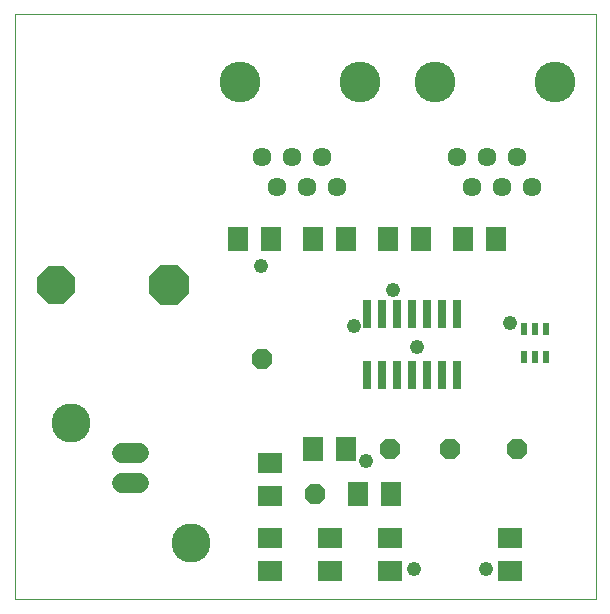
<source format=gts>
G75*
%MOIN*%
%OFA0B0*%
%FSLAX24Y24*%
%IPPOS*%
%LPD*%
%AMOC8*
5,1,8,0,0,1.08239X$1,22.5*
%
%ADD10C,0.0000*%
%ADD11C,0.0662*%
%ADD12C,0.1303*%
%ADD13OC8,0.1261*%
%ADD14OC8,0.1346*%
%ADD15R,0.0200X0.0434*%
%ADD16C,0.0634*%
%ADD17C,0.1360*%
%ADD18R,0.0710X0.0789*%
%ADD19R,0.0710X0.0790*%
%ADD20R,0.0790X0.0710*%
%ADD21R,0.0316X0.0946*%
%ADD22R,0.0789X0.0710*%
%ADD23OC8,0.0680*%
%ADD24C,0.0480*%
D10*
X000100Y001257D02*
X000100Y020753D01*
X019470Y020753D01*
X019470Y001257D01*
X000100Y001257D01*
X006960Y018507D02*
X006962Y018557D01*
X006968Y018607D01*
X006978Y018656D01*
X006991Y018705D01*
X007009Y018752D01*
X007030Y018798D01*
X007054Y018841D01*
X007082Y018883D01*
X007113Y018923D01*
X007147Y018960D01*
X007184Y018994D01*
X007224Y019025D01*
X007266Y019053D01*
X007309Y019077D01*
X007355Y019098D01*
X007402Y019116D01*
X007451Y019129D01*
X007500Y019139D01*
X007550Y019145D01*
X007600Y019147D01*
X007650Y019145D01*
X007700Y019139D01*
X007749Y019129D01*
X007798Y019116D01*
X007845Y019098D01*
X007891Y019077D01*
X007934Y019053D01*
X007976Y019025D01*
X008016Y018994D01*
X008053Y018960D01*
X008087Y018923D01*
X008118Y018883D01*
X008146Y018841D01*
X008170Y018798D01*
X008191Y018752D01*
X008209Y018705D01*
X008222Y018656D01*
X008232Y018607D01*
X008238Y018557D01*
X008240Y018507D01*
X008238Y018457D01*
X008232Y018407D01*
X008222Y018358D01*
X008209Y018309D01*
X008191Y018262D01*
X008170Y018216D01*
X008146Y018173D01*
X008118Y018131D01*
X008087Y018091D01*
X008053Y018054D01*
X008016Y018020D01*
X007976Y017989D01*
X007934Y017961D01*
X007891Y017937D01*
X007845Y017916D01*
X007798Y017898D01*
X007749Y017885D01*
X007700Y017875D01*
X007650Y017869D01*
X007600Y017867D01*
X007550Y017869D01*
X007500Y017875D01*
X007451Y017885D01*
X007402Y017898D01*
X007355Y017916D01*
X007309Y017937D01*
X007266Y017961D01*
X007224Y017989D01*
X007184Y018020D01*
X007147Y018054D01*
X007113Y018091D01*
X007082Y018131D01*
X007054Y018173D01*
X007030Y018216D01*
X007009Y018262D01*
X006991Y018309D01*
X006978Y018358D01*
X006968Y018407D01*
X006962Y018457D01*
X006960Y018507D01*
X010960Y018507D02*
X010962Y018557D01*
X010968Y018607D01*
X010978Y018656D01*
X010991Y018705D01*
X011009Y018752D01*
X011030Y018798D01*
X011054Y018841D01*
X011082Y018883D01*
X011113Y018923D01*
X011147Y018960D01*
X011184Y018994D01*
X011224Y019025D01*
X011266Y019053D01*
X011309Y019077D01*
X011355Y019098D01*
X011402Y019116D01*
X011451Y019129D01*
X011500Y019139D01*
X011550Y019145D01*
X011600Y019147D01*
X011650Y019145D01*
X011700Y019139D01*
X011749Y019129D01*
X011798Y019116D01*
X011845Y019098D01*
X011891Y019077D01*
X011934Y019053D01*
X011976Y019025D01*
X012016Y018994D01*
X012053Y018960D01*
X012087Y018923D01*
X012118Y018883D01*
X012146Y018841D01*
X012170Y018798D01*
X012191Y018752D01*
X012209Y018705D01*
X012222Y018656D01*
X012232Y018607D01*
X012238Y018557D01*
X012240Y018507D01*
X012238Y018457D01*
X012232Y018407D01*
X012222Y018358D01*
X012209Y018309D01*
X012191Y018262D01*
X012170Y018216D01*
X012146Y018173D01*
X012118Y018131D01*
X012087Y018091D01*
X012053Y018054D01*
X012016Y018020D01*
X011976Y017989D01*
X011934Y017961D01*
X011891Y017937D01*
X011845Y017916D01*
X011798Y017898D01*
X011749Y017885D01*
X011700Y017875D01*
X011650Y017869D01*
X011600Y017867D01*
X011550Y017869D01*
X011500Y017875D01*
X011451Y017885D01*
X011402Y017898D01*
X011355Y017916D01*
X011309Y017937D01*
X011266Y017961D01*
X011224Y017989D01*
X011184Y018020D01*
X011147Y018054D01*
X011113Y018091D01*
X011082Y018131D01*
X011054Y018173D01*
X011030Y018216D01*
X011009Y018262D01*
X010991Y018309D01*
X010978Y018358D01*
X010968Y018407D01*
X010962Y018457D01*
X010960Y018507D01*
X013460Y018507D02*
X013462Y018557D01*
X013468Y018607D01*
X013478Y018656D01*
X013491Y018705D01*
X013509Y018752D01*
X013530Y018798D01*
X013554Y018841D01*
X013582Y018883D01*
X013613Y018923D01*
X013647Y018960D01*
X013684Y018994D01*
X013724Y019025D01*
X013766Y019053D01*
X013809Y019077D01*
X013855Y019098D01*
X013902Y019116D01*
X013951Y019129D01*
X014000Y019139D01*
X014050Y019145D01*
X014100Y019147D01*
X014150Y019145D01*
X014200Y019139D01*
X014249Y019129D01*
X014298Y019116D01*
X014345Y019098D01*
X014391Y019077D01*
X014434Y019053D01*
X014476Y019025D01*
X014516Y018994D01*
X014553Y018960D01*
X014587Y018923D01*
X014618Y018883D01*
X014646Y018841D01*
X014670Y018798D01*
X014691Y018752D01*
X014709Y018705D01*
X014722Y018656D01*
X014732Y018607D01*
X014738Y018557D01*
X014740Y018507D01*
X014738Y018457D01*
X014732Y018407D01*
X014722Y018358D01*
X014709Y018309D01*
X014691Y018262D01*
X014670Y018216D01*
X014646Y018173D01*
X014618Y018131D01*
X014587Y018091D01*
X014553Y018054D01*
X014516Y018020D01*
X014476Y017989D01*
X014434Y017961D01*
X014391Y017937D01*
X014345Y017916D01*
X014298Y017898D01*
X014249Y017885D01*
X014200Y017875D01*
X014150Y017869D01*
X014100Y017867D01*
X014050Y017869D01*
X014000Y017875D01*
X013951Y017885D01*
X013902Y017898D01*
X013855Y017916D01*
X013809Y017937D01*
X013766Y017961D01*
X013724Y017989D01*
X013684Y018020D01*
X013647Y018054D01*
X013613Y018091D01*
X013582Y018131D01*
X013554Y018173D01*
X013530Y018216D01*
X013509Y018262D01*
X013491Y018309D01*
X013478Y018358D01*
X013468Y018407D01*
X013462Y018457D01*
X013460Y018507D01*
X017460Y018507D02*
X017462Y018557D01*
X017468Y018607D01*
X017478Y018656D01*
X017491Y018705D01*
X017509Y018752D01*
X017530Y018798D01*
X017554Y018841D01*
X017582Y018883D01*
X017613Y018923D01*
X017647Y018960D01*
X017684Y018994D01*
X017724Y019025D01*
X017766Y019053D01*
X017809Y019077D01*
X017855Y019098D01*
X017902Y019116D01*
X017951Y019129D01*
X018000Y019139D01*
X018050Y019145D01*
X018100Y019147D01*
X018150Y019145D01*
X018200Y019139D01*
X018249Y019129D01*
X018298Y019116D01*
X018345Y019098D01*
X018391Y019077D01*
X018434Y019053D01*
X018476Y019025D01*
X018516Y018994D01*
X018553Y018960D01*
X018587Y018923D01*
X018618Y018883D01*
X018646Y018841D01*
X018670Y018798D01*
X018691Y018752D01*
X018709Y018705D01*
X018722Y018656D01*
X018732Y018607D01*
X018738Y018557D01*
X018740Y018507D01*
X018738Y018457D01*
X018732Y018407D01*
X018722Y018358D01*
X018709Y018309D01*
X018691Y018262D01*
X018670Y018216D01*
X018646Y018173D01*
X018618Y018131D01*
X018587Y018091D01*
X018553Y018054D01*
X018516Y018020D01*
X018476Y017989D01*
X018434Y017961D01*
X018391Y017937D01*
X018345Y017916D01*
X018298Y017898D01*
X018249Y017885D01*
X018200Y017875D01*
X018150Y017869D01*
X018100Y017867D01*
X018050Y017869D01*
X018000Y017875D01*
X017951Y017885D01*
X017902Y017898D01*
X017855Y017916D01*
X017809Y017937D01*
X017766Y017961D01*
X017724Y017989D01*
X017684Y018020D01*
X017647Y018054D01*
X017613Y018091D01*
X017582Y018131D01*
X017554Y018173D01*
X017530Y018216D01*
X017509Y018262D01*
X017491Y018309D01*
X017478Y018358D01*
X017468Y018407D01*
X017462Y018457D01*
X017460Y018507D01*
D11*
X004265Y006131D02*
X003683Y006131D01*
X003675Y005139D02*
X004257Y005139D01*
D12*
X005974Y003131D03*
X001974Y007131D03*
D13*
X001494Y011726D03*
D14*
X005234Y011726D03*
D15*
X017086Y010275D03*
X017441Y010275D03*
X017815Y010275D03*
X017815Y009330D03*
X017441Y009330D03*
X017086Y009330D03*
D16*
X017350Y015007D03*
X016850Y016007D03*
X016350Y015007D03*
X015850Y016007D03*
X015350Y015007D03*
X014850Y016007D03*
X010850Y015007D03*
X010350Y016007D03*
X009850Y015007D03*
X009350Y016007D03*
X008850Y015007D03*
X008350Y016007D03*
D17*
X007600Y018507D03*
X011600Y018507D03*
X014100Y018507D03*
X018100Y018507D03*
D18*
X011151Y013257D03*
X010049Y013257D03*
D19*
X008660Y013257D03*
X007540Y013257D03*
X012540Y013257D03*
X013660Y013257D03*
X015040Y013257D03*
X016160Y013257D03*
X011160Y006257D03*
X010040Y006257D03*
X011540Y004757D03*
X012660Y004757D03*
D20*
X016600Y003317D03*
X016600Y002197D03*
X008600Y004697D03*
X008600Y005817D03*
D21*
X011850Y008734D03*
X012350Y008734D03*
X012850Y008734D03*
X013350Y008734D03*
X013850Y008734D03*
X014350Y008734D03*
X014850Y008734D03*
X014850Y010781D03*
X014350Y010781D03*
X013850Y010781D03*
X013350Y010781D03*
X012850Y010781D03*
X012350Y010781D03*
X011850Y010781D03*
D22*
X012600Y003308D03*
X012600Y002206D03*
X010600Y002206D03*
X010600Y003308D03*
X008600Y003308D03*
X008600Y002206D03*
D23*
X010100Y004757D03*
X012600Y006257D03*
X014600Y006257D03*
X016850Y006257D03*
X008350Y009257D03*
D24*
X008300Y012357D03*
X011400Y010357D03*
X012700Y011557D03*
X013500Y009657D03*
X016600Y010457D03*
X011800Y005857D03*
X013400Y002257D03*
X015800Y002257D03*
M02*

</source>
